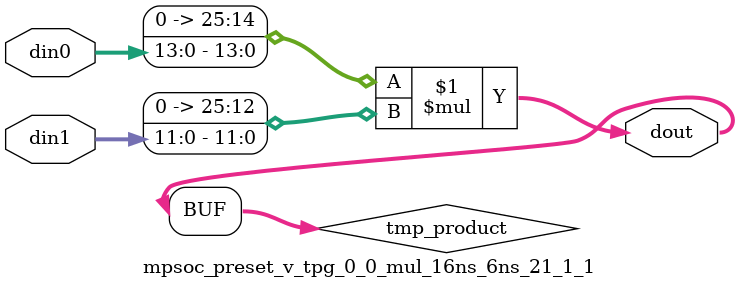
<source format=v>

`timescale 1 ns / 1 ps

  module mpsoc_preset_v_tpg_0_0_mul_16ns_6ns_21_1_1(din0, din1, dout);
parameter ID = 1;
parameter NUM_STAGE = 0;
parameter din0_WIDTH = 14;
parameter din1_WIDTH = 12;
parameter dout_WIDTH = 26;

input [din0_WIDTH - 1 : 0] din0; 
input [din1_WIDTH - 1 : 0] din1; 
output [dout_WIDTH - 1 : 0] dout;

wire signed [dout_WIDTH - 1 : 0] tmp_product;










assign tmp_product = $signed({1'b0, din0}) * $signed({1'b0, din1});











assign dout = tmp_product;







endmodule

</source>
